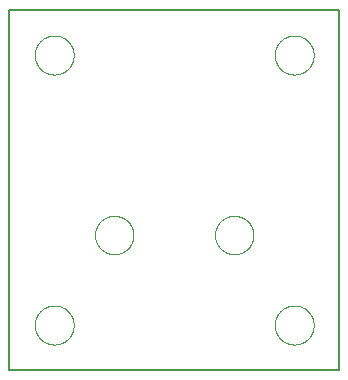
<source format=gbo>
G75*
%MOIN*%
%OFA0B0*%
%FSLAX25Y25*%
%IPPOS*%
%LPD*%
%AMOC8*
5,1,8,0,0,1.08239X$1,22.5*
%
%ADD10C,0.00600*%
%ADD11C,0.00000*%
D10*
X0001300Y0001300D02*
X0001300Y0121300D01*
X0111300Y0121300D01*
X0111300Y0001300D01*
X0001300Y0001300D01*
D11*
X0009800Y0016300D02*
X0009802Y0016461D01*
X0009808Y0016621D01*
X0009818Y0016782D01*
X0009832Y0016942D01*
X0009850Y0017102D01*
X0009871Y0017261D01*
X0009897Y0017420D01*
X0009927Y0017578D01*
X0009960Y0017735D01*
X0009998Y0017892D01*
X0010039Y0018047D01*
X0010084Y0018201D01*
X0010133Y0018354D01*
X0010186Y0018506D01*
X0010242Y0018657D01*
X0010303Y0018806D01*
X0010366Y0018954D01*
X0010434Y0019100D01*
X0010505Y0019244D01*
X0010579Y0019386D01*
X0010657Y0019527D01*
X0010739Y0019665D01*
X0010824Y0019802D01*
X0010912Y0019936D01*
X0011004Y0020068D01*
X0011099Y0020198D01*
X0011197Y0020326D01*
X0011298Y0020451D01*
X0011402Y0020573D01*
X0011509Y0020693D01*
X0011619Y0020810D01*
X0011732Y0020925D01*
X0011848Y0021036D01*
X0011967Y0021145D01*
X0012088Y0021250D01*
X0012212Y0021353D01*
X0012338Y0021453D01*
X0012466Y0021549D01*
X0012597Y0021642D01*
X0012731Y0021732D01*
X0012866Y0021819D01*
X0013004Y0021902D01*
X0013143Y0021982D01*
X0013285Y0022058D01*
X0013428Y0022131D01*
X0013573Y0022200D01*
X0013720Y0022266D01*
X0013868Y0022328D01*
X0014018Y0022386D01*
X0014169Y0022441D01*
X0014322Y0022492D01*
X0014476Y0022539D01*
X0014631Y0022582D01*
X0014787Y0022621D01*
X0014943Y0022657D01*
X0015101Y0022688D01*
X0015259Y0022716D01*
X0015418Y0022740D01*
X0015578Y0022760D01*
X0015738Y0022776D01*
X0015898Y0022788D01*
X0016059Y0022796D01*
X0016220Y0022800D01*
X0016380Y0022800D01*
X0016541Y0022796D01*
X0016702Y0022788D01*
X0016862Y0022776D01*
X0017022Y0022760D01*
X0017182Y0022740D01*
X0017341Y0022716D01*
X0017499Y0022688D01*
X0017657Y0022657D01*
X0017813Y0022621D01*
X0017969Y0022582D01*
X0018124Y0022539D01*
X0018278Y0022492D01*
X0018431Y0022441D01*
X0018582Y0022386D01*
X0018732Y0022328D01*
X0018880Y0022266D01*
X0019027Y0022200D01*
X0019172Y0022131D01*
X0019315Y0022058D01*
X0019457Y0021982D01*
X0019596Y0021902D01*
X0019734Y0021819D01*
X0019869Y0021732D01*
X0020003Y0021642D01*
X0020134Y0021549D01*
X0020262Y0021453D01*
X0020388Y0021353D01*
X0020512Y0021250D01*
X0020633Y0021145D01*
X0020752Y0021036D01*
X0020868Y0020925D01*
X0020981Y0020810D01*
X0021091Y0020693D01*
X0021198Y0020573D01*
X0021302Y0020451D01*
X0021403Y0020326D01*
X0021501Y0020198D01*
X0021596Y0020068D01*
X0021688Y0019936D01*
X0021776Y0019802D01*
X0021861Y0019665D01*
X0021943Y0019527D01*
X0022021Y0019386D01*
X0022095Y0019244D01*
X0022166Y0019100D01*
X0022234Y0018954D01*
X0022297Y0018806D01*
X0022358Y0018657D01*
X0022414Y0018506D01*
X0022467Y0018354D01*
X0022516Y0018201D01*
X0022561Y0018047D01*
X0022602Y0017892D01*
X0022640Y0017735D01*
X0022673Y0017578D01*
X0022703Y0017420D01*
X0022729Y0017261D01*
X0022750Y0017102D01*
X0022768Y0016942D01*
X0022782Y0016782D01*
X0022792Y0016621D01*
X0022798Y0016461D01*
X0022800Y0016300D01*
X0022798Y0016139D01*
X0022792Y0015979D01*
X0022782Y0015818D01*
X0022768Y0015658D01*
X0022750Y0015498D01*
X0022729Y0015339D01*
X0022703Y0015180D01*
X0022673Y0015022D01*
X0022640Y0014865D01*
X0022602Y0014708D01*
X0022561Y0014553D01*
X0022516Y0014399D01*
X0022467Y0014246D01*
X0022414Y0014094D01*
X0022358Y0013943D01*
X0022297Y0013794D01*
X0022234Y0013646D01*
X0022166Y0013500D01*
X0022095Y0013356D01*
X0022021Y0013214D01*
X0021943Y0013073D01*
X0021861Y0012935D01*
X0021776Y0012798D01*
X0021688Y0012664D01*
X0021596Y0012532D01*
X0021501Y0012402D01*
X0021403Y0012274D01*
X0021302Y0012149D01*
X0021198Y0012027D01*
X0021091Y0011907D01*
X0020981Y0011790D01*
X0020868Y0011675D01*
X0020752Y0011564D01*
X0020633Y0011455D01*
X0020512Y0011350D01*
X0020388Y0011247D01*
X0020262Y0011147D01*
X0020134Y0011051D01*
X0020003Y0010958D01*
X0019869Y0010868D01*
X0019734Y0010781D01*
X0019596Y0010698D01*
X0019457Y0010618D01*
X0019315Y0010542D01*
X0019172Y0010469D01*
X0019027Y0010400D01*
X0018880Y0010334D01*
X0018732Y0010272D01*
X0018582Y0010214D01*
X0018431Y0010159D01*
X0018278Y0010108D01*
X0018124Y0010061D01*
X0017969Y0010018D01*
X0017813Y0009979D01*
X0017657Y0009943D01*
X0017499Y0009912D01*
X0017341Y0009884D01*
X0017182Y0009860D01*
X0017022Y0009840D01*
X0016862Y0009824D01*
X0016702Y0009812D01*
X0016541Y0009804D01*
X0016380Y0009800D01*
X0016220Y0009800D01*
X0016059Y0009804D01*
X0015898Y0009812D01*
X0015738Y0009824D01*
X0015578Y0009840D01*
X0015418Y0009860D01*
X0015259Y0009884D01*
X0015101Y0009912D01*
X0014943Y0009943D01*
X0014787Y0009979D01*
X0014631Y0010018D01*
X0014476Y0010061D01*
X0014322Y0010108D01*
X0014169Y0010159D01*
X0014018Y0010214D01*
X0013868Y0010272D01*
X0013720Y0010334D01*
X0013573Y0010400D01*
X0013428Y0010469D01*
X0013285Y0010542D01*
X0013143Y0010618D01*
X0013004Y0010698D01*
X0012866Y0010781D01*
X0012731Y0010868D01*
X0012597Y0010958D01*
X0012466Y0011051D01*
X0012338Y0011147D01*
X0012212Y0011247D01*
X0012088Y0011350D01*
X0011967Y0011455D01*
X0011848Y0011564D01*
X0011732Y0011675D01*
X0011619Y0011790D01*
X0011509Y0011907D01*
X0011402Y0012027D01*
X0011298Y0012149D01*
X0011197Y0012274D01*
X0011099Y0012402D01*
X0011004Y0012532D01*
X0010912Y0012664D01*
X0010824Y0012798D01*
X0010739Y0012935D01*
X0010657Y0013073D01*
X0010579Y0013214D01*
X0010505Y0013356D01*
X0010434Y0013500D01*
X0010366Y0013646D01*
X0010303Y0013794D01*
X0010242Y0013943D01*
X0010186Y0014094D01*
X0010133Y0014246D01*
X0010084Y0014399D01*
X0010039Y0014553D01*
X0009998Y0014708D01*
X0009960Y0014865D01*
X0009927Y0015022D01*
X0009897Y0015180D01*
X0009871Y0015339D01*
X0009850Y0015498D01*
X0009832Y0015658D01*
X0009818Y0015818D01*
X0009808Y0015979D01*
X0009802Y0016139D01*
X0009800Y0016300D01*
X0029900Y0046300D02*
X0029902Y0046460D01*
X0029908Y0046619D01*
X0029918Y0046778D01*
X0029932Y0046937D01*
X0029950Y0047096D01*
X0029971Y0047254D01*
X0029997Y0047411D01*
X0030027Y0047568D01*
X0030060Y0047724D01*
X0030098Y0047879D01*
X0030139Y0048033D01*
X0030184Y0048186D01*
X0030233Y0048338D01*
X0030286Y0048489D01*
X0030342Y0048638D01*
X0030403Y0048786D01*
X0030466Y0048932D01*
X0030534Y0049077D01*
X0030605Y0049220D01*
X0030679Y0049361D01*
X0030757Y0049500D01*
X0030839Y0049637D01*
X0030924Y0049772D01*
X0031012Y0049905D01*
X0031104Y0050036D01*
X0031198Y0050164D01*
X0031296Y0050290D01*
X0031397Y0050414D01*
X0031501Y0050535D01*
X0031608Y0050653D01*
X0031718Y0050769D01*
X0031831Y0050882D01*
X0031947Y0050992D01*
X0032065Y0051099D01*
X0032186Y0051203D01*
X0032310Y0051304D01*
X0032436Y0051402D01*
X0032564Y0051496D01*
X0032695Y0051588D01*
X0032828Y0051676D01*
X0032963Y0051761D01*
X0033100Y0051843D01*
X0033239Y0051921D01*
X0033380Y0051995D01*
X0033523Y0052066D01*
X0033668Y0052134D01*
X0033814Y0052197D01*
X0033962Y0052258D01*
X0034111Y0052314D01*
X0034262Y0052367D01*
X0034414Y0052416D01*
X0034567Y0052461D01*
X0034721Y0052502D01*
X0034876Y0052540D01*
X0035032Y0052573D01*
X0035189Y0052603D01*
X0035346Y0052629D01*
X0035504Y0052650D01*
X0035663Y0052668D01*
X0035822Y0052682D01*
X0035981Y0052692D01*
X0036140Y0052698D01*
X0036300Y0052700D01*
X0036460Y0052698D01*
X0036619Y0052692D01*
X0036778Y0052682D01*
X0036937Y0052668D01*
X0037096Y0052650D01*
X0037254Y0052629D01*
X0037411Y0052603D01*
X0037568Y0052573D01*
X0037724Y0052540D01*
X0037879Y0052502D01*
X0038033Y0052461D01*
X0038186Y0052416D01*
X0038338Y0052367D01*
X0038489Y0052314D01*
X0038638Y0052258D01*
X0038786Y0052197D01*
X0038932Y0052134D01*
X0039077Y0052066D01*
X0039220Y0051995D01*
X0039361Y0051921D01*
X0039500Y0051843D01*
X0039637Y0051761D01*
X0039772Y0051676D01*
X0039905Y0051588D01*
X0040036Y0051496D01*
X0040164Y0051402D01*
X0040290Y0051304D01*
X0040414Y0051203D01*
X0040535Y0051099D01*
X0040653Y0050992D01*
X0040769Y0050882D01*
X0040882Y0050769D01*
X0040992Y0050653D01*
X0041099Y0050535D01*
X0041203Y0050414D01*
X0041304Y0050290D01*
X0041402Y0050164D01*
X0041496Y0050036D01*
X0041588Y0049905D01*
X0041676Y0049772D01*
X0041761Y0049637D01*
X0041843Y0049500D01*
X0041921Y0049361D01*
X0041995Y0049220D01*
X0042066Y0049077D01*
X0042134Y0048932D01*
X0042197Y0048786D01*
X0042258Y0048638D01*
X0042314Y0048489D01*
X0042367Y0048338D01*
X0042416Y0048186D01*
X0042461Y0048033D01*
X0042502Y0047879D01*
X0042540Y0047724D01*
X0042573Y0047568D01*
X0042603Y0047411D01*
X0042629Y0047254D01*
X0042650Y0047096D01*
X0042668Y0046937D01*
X0042682Y0046778D01*
X0042692Y0046619D01*
X0042698Y0046460D01*
X0042700Y0046300D01*
X0042698Y0046140D01*
X0042692Y0045981D01*
X0042682Y0045822D01*
X0042668Y0045663D01*
X0042650Y0045504D01*
X0042629Y0045346D01*
X0042603Y0045189D01*
X0042573Y0045032D01*
X0042540Y0044876D01*
X0042502Y0044721D01*
X0042461Y0044567D01*
X0042416Y0044414D01*
X0042367Y0044262D01*
X0042314Y0044111D01*
X0042258Y0043962D01*
X0042197Y0043814D01*
X0042134Y0043668D01*
X0042066Y0043523D01*
X0041995Y0043380D01*
X0041921Y0043239D01*
X0041843Y0043100D01*
X0041761Y0042963D01*
X0041676Y0042828D01*
X0041588Y0042695D01*
X0041496Y0042564D01*
X0041402Y0042436D01*
X0041304Y0042310D01*
X0041203Y0042186D01*
X0041099Y0042065D01*
X0040992Y0041947D01*
X0040882Y0041831D01*
X0040769Y0041718D01*
X0040653Y0041608D01*
X0040535Y0041501D01*
X0040414Y0041397D01*
X0040290Y0041296D01*
X0040164Y0041198D01*
X0040036Y0041104D01*
X0039905Y0041012D01*
X0039772Y0040924D01*
X0039637Y0040839D01*
X0039500Y0040757D01*
X0039361Y0040679D01*
X0039220Y0040605D01*
X0039077Y0040534D01*
X0038932Y0040466D01*
X0038786Y0040403D01*
X0038638Y0040342D01*
X0038489Y0040286D01*
X0038338Y0040233D01*
X0038186Y0040184D01*
X0038033Y0040139D01*
X0037879Y0040098D01*
X0037724Y0040060D01*
X0037568Y0040027D01*
X0037411Y0039997D01*
X0037254Y0039971D01*
X0037096Y0039950D01*
X0036937Y0039932D01*
X0036778Y0039918D01*
X0036619Y0039908D01*
X0036460Y0039902D01*
X0036300Y0039900D01*
X0036140Y0039902D01*
X0035981Y0039908D01*
X0035822Y0039918D01*
X0035663Y0039932D01*
X0035504Y0039950D01*
X0035346Y0039971D01*
X0035189Y0039997D01*
X0035032Y0040027D01*
X0034876Y0040060D01*
X0034721Y0040098D01*
X0034567Y0040139D01*
X0034414Y0040184D01*
X0034262Y0040233D01*
X0034111Y0040286D01*
X0033962Y0040342D01*
X0033814Y0040403D01*
X0033668Y0040466D01*
X0033523Y0040534D01*
X0033380Y0040605D01*
X0033239Y0040679D01*
X0033100Y0040757D01*
X0032963Y0040839D01*
X0032828Y0040924D01*
X0032695Y0041012D01*
X0032564Y0041104D01*
X0032436Y0041198D01*
X0032310Y0041296D01*
X0032186Y0041397D01*
X0032065Y0041501D01*
X0031947Y0041608D01*
X0031831Y0041718D01*
X0031718Y0041831D01*
X0031608Y0041947D01*
X0031501Y0042065D01*
X0031397Y0042186D01*
X0031296Y0042310D01*
X0031198Y0042436D01*
X0031104Y0042564D01*
X0031012Y0042695D01*
X0030924Y0042828D01*
X0030839Y0042963D01*
X0030757Y0043100D01*
X0030679Y0043239D01*
X0030605Y0043380D01*
X0030534Y0043523D01*
X0030466Y0043668D01*
X0030403Y0043814D01*
X0030342Y0043962D01*
X0030286Y0044111D01*
X0030233Y0044262D01*
X0030184Y0044414D01*
X0030139Y0044567D01*
X0030098Y0044721D01*
X0030060Y0044876D01*
X0030027Y0045032D01*
X0029997Y0045189D01*
X0029971Y0045346D01*
X0029950Y0045504D01*
X0029932Y0045663D01*
X0029918Y0045822D01*
X0029908Y0045981D01*
X0029902Y0046140D01*
X0029900Y0046300D01*
X0069900Y0046300D02*
X0069902Y0046460D01*
X0069908Y0046619D01*
X0069918Y0046778D01*
X0069932Y0046937D01*
X0069950Y0047096D01*
X0069971Y0047254D01*
X0069997Y0047411D01*
X0070027Y0047568D01*
X0070060Y0047724D01*
X0070098Y0047879D01*
X0070139Y0048033D01*
X0070184Y0048186D01*
X0070233Y0048338D01*
X0070286Y0048489D01*
X0070342Y0048638D01*
X0070403Y0048786D01*
X0070466Y0048932D01*
X0070534Y0049077D01*
X0070605Y0049220D01*
X0070679Y0049361D01*
X0070757Y0049500D01*
X0070839Y0049637D01*
X0070924Y0049772D01*
X0071012Y0049905D01*
X0071104Y0050036D01*
X0071198Y0050164D01*
X0071296Y0050290D01*
X0071397Y0050414D01*
X0071501Y0050535D01*
X0071608Y0050653D01*
X0071718Y0050769D01*
X0071831Y0050882D01*
X0071947Y0050992D01*
X0072065Y0051099D01*
X0072186Y0051203D01*
X0072310Y0051304D01*
X0072436Y0051402D01*
X0072564Y0051496D01*
X0072695Y0051588D01*
X0072828Y0051676D01*
X0072963Y0051761D01*
X0073100Y0051843D01*
X0073239Y0051921D01*
X0073380Y0051995D01*
X0073523Y0052066D01*
X0073668Y0052134D01*
X0073814Y0052197D01*
X0073962Y0052258D01*
X0074111Y0052314D01*
X0074262Y0052367D01*
X0074414Y0052416D01*
X0074567Y0052461D01*
X0074721Y0052502D01*
X0074876Y0052540D01*
X0075032Y0052573D01*
X0075189Y0052603D01*
X0075346Y0052629D01*
X0075504Y0052650D01*
X0075663Y0052668D01*
X0075822Y0052682D01*
X0075981Y0052692D01*
X0076140Y0052698D01*
X0076300Y0052700D01*
X0076460Y0052698D01*
X0076619Y0052692D01*
X0076778Y0052682D01*
X0076937Y0052668D01*
X0077096Y0052650D01*
X0077254Y0052629D01*
X0077411Y0052603D01*
X0077568Y0052573D01*
X0077724Y0052540D01*
X0077879Y0052502D01*
X0078033Y0052461D01*
X0078186Y0052416D01*
X0078338Y0052367D01*
X0078489Y0052314D01*
X0078638Y0052258D01*
X0078786Y0052197D01*
X0078932Y0052134D01*
X0079077Y0052066D01*
X0079220Y0051995D01*
X0079361Y0051921D01*
X0079500Y0051843D01*
X0079637Y0051761D01*
X0079772Y0051676D01*
X0079905Y0051588D01*
X0080036Y0051496D01*
X0080164Y0051402D01*
X0080290Y0051304D01*
X0080414Y0051203D01*
X0080535Y0051099D01*
X0080653Y0050992D01*
X0080769Y0050882D01*
X0080882Y0050769D01*
X0080992Y0050653D01*
X0081099Y0050535D01*
X0081203Y0050414D01*
X0081304Y0050290D01*
X0081402Y0050164D01*
X0081496Y0050036D01*
X0081588Y0049905D01*
X0081676Y0049772D01*
X0081761Y0049637D01*
X0081843Y0049500D01*
X0081921Y0049361D01*
X0081995Y0049220D01*
X0082066Y0049077D01*
X0082134Y0048932D01*
X0082197Y0048786D01*
X0082258Y0048638D01*
X0082314Y0048489D01*
X0082367Y0048338D01*
X0082416Y0048186D01*
X0082461Y0048033D01*
X0082502Y0047879D01*
X0082540Y0047724D01*
X0082573Y0047568D01*
X0082603Y0047411D01*
X0082629Y0047254D01*
X0082650Y0047096D01*
X0082668Y0046937D01*
X0082682Y0046778D01*
X0082692Y0046619D01*
X0082698Y0046460D01*
X0082700Y0046300D01*
X0082698Y0046140D01*
X0082692Y0045981D01*
X0082682Y0045822D01*
X0082668Y0045663D01*
X0082650Y0045504D01*
X0082629Y0045346D01*
X0082603Y0045189D01*
X0082573Y0045032D01*
X0082540Y0044876D01*
X0082502Y0044721D01*
X0082461Y0044567D01*
X0082416Y0044414D01*
X0082367Y0044262D01*
X0082314Y0044111D01*
X0082258Y0043962D01*
X0082197Y0043814D01*
X0082134Y0043668D01*
X0082066Y0043523D01*
X0081995Y0043380D01*
X0081921Y0043239D01*
X0081843Y0043100D01*
X0081761Y0042963D01*
X0081676Y0042828D01*
X0081588Y0042695D01*
X0081496Y0042564D01*
X0081402Y0042436D01*
X0081304Y0042310D01*
X0081203Y0042186D01*
X0081099Y0042065D01*
X0080992Y0041947D01*
X0080882Y0041831D01*
X0080769Y0041718D01*
X0080653Y0041608D01*
X0080535Y0041501D01*
X0080414Y0041397D01*
X0080290Y0041296D01*
X0080164Y0041198D01*
X0080036Y0041104D01*
X0079905Y0041012D01*
X0079772Y0040924D01*
X0079637Y0040839D01*
X0079500Y0040757D01*
X0079361Y0040679D01*
X0079220Y0040605D01*
X0079077Y0040534D01*
X0078932Y0040466D01*
X0078786Y0040403D01*
X0078638Y0040342D01*
X0078489Y0040286D01*
X0078338Y0040233D01*
X0078186Y0040184D01*
X0078033Y0040139D01*
X0077879Y0040098D01*
X0077724Y0040060D01*
X0077568Y0040027D01*
X0077411Y0039997D01*
X0077254Y0039971D01*
X0077096Y0039950D01*
X0076937Y0039932D01*
X0076778Y0039918D01*
X0076619Y0039908D01*
X0076460Y0039902D01*
X0076300Y0039900D01*
X0076140Y0039902D01*
X0075981Y0039908D01*
X0075822Y0039918D01*
X0075663Y0039932D01*
X0075504Y0039950D01*
X0075346Y0039971D01*
X0075189Y0039997D01*
X0075032Y0040027D01*
X0074876Y0040060D01*
X0074721Y0040098D01*
X0074567Y0040139D01*
X0074414Y0040184D01*
X0074262Y0040233D01*
X0074111Y0040286D01*
X0073962Y0040342D01*
X0073814Y0040403D01*
X0073668Y0040466D01*
X0073523Y0040534D01*
X0073380Y0040605D01*
X0073239Y0040679D01*
X0073100Y0040757D01*
X0072963Y0040839D01*
X0072828Y0040924D01*
X0072695Y0041012D01*
X0072564Y0041104D01*
X0072436Y0041198D01*
X0072310Y0041296D01*
X0072186Y0041397D01*
X0072065Y0041501D01*
X0071947Y0041608D01*
X0071831Y0041718D01*
X0071718Y0041831D01*
X0071608Y0041947D01*
X0071501Y0042065D01*
X0071397Y0042186D01*
X0071296Y0042310D01*
X0071198Y0042436D01*
X0071104Y0042564D01*
X0071012Y0042695D01*
X0070924Y0042828D01*
X0070839Y0042963D01*
X0070757Y0043100D01*
X0070679Y0043239D01*
X0070605Y0043380D01*
X0070534Y0043523D01*
X0070466Y0043668D01*
X0070403Y0043814D01*
X0070342Y0043962D01*
X0070286Y0044111D01*
X0070233Y0044262D01*
X0070184Y0044414D01*
X0070139Y0044567D01*
X0070098Y0044721D01*
X0070060Y0044876D01*
X0070027Y0045032D01*
X0069997Y0045189D01*
X0069971Y0045346D01*
X0069950Y0045504D01*
X0069932Y0045663D01*
X0069918Y0045822D01*
X0069908Y0045981D01*
X0069902Y0046140D01*
X0069900Y0046300D01*
X0089800Y0016300D02*
X0089802Y0016461D01*
X0089808Y0016621D01*
X0089818Y0016782D01*
X0089832Y0016942D01*
X0089850Y0017102D01*
X0089871Y0017261D01*
X0089897Y0017420D01*
X0089927Y0017578D01*
X0089960Y0017735D01*
X0089998Y0017892D01*
X0090039Y0018047D01*
X0090084Y0018201D01*
X0090133Y0018354D01*
X0090186Y0018506D01*
X0090242Y0018657D01*
X0090303Y0018806D01*
X0090366Y0018954D01*
X0090434Y0019100D01*
X0090505Y0019244D01*
X0090579Y0019386D01*
X0090657Y0019527D01*
X0090739Y0019665D01*
X0090824Y0019802D01*
X0090912Y0019936D01*
X0091004Y0020068D01*
X0091099Y0020198D01*
X0091197Y0020326D01*
X0091298Y0020451D01*
X0091402Y0020573D01*
X0091509Y0020693D01*
X0091619Y0020810D01*
X0091732Y0020925D01*
X0091848Y0021036D01*
X0091967Y0021145D01*
X0092088Y0021250D01*
X0092212Y0021353D01*
X0092338Y0021453D01*
X0092466Y0021549D01*
X0092597Y0021642D01*
X0092731Y0021732D01*
X0092866Y0021819D01*
X0093004Y0021902D01*
X0093143Y0021982D01*
X0093285Y0022058D01*
X0093428Y0022131D01*
X0093573Y0022200D01*
X0093720Y0022266D01*
X0093868Y0022328D01*
X0094018Y0022386D01*
X0094169Y0022441D01*
X0094322Y0022492D01*
X0094476Y0022539D01*
X0094631Y0022582D01*
X0094787Y0022621D01*
X0094943Y0022657D01*
X0095101Y0022688D01*
X0095259Y0022716D01*
X0095418Y0022740D01*
X0095578Y0022760D01*
X0095738Y0022776D01*
X0095898Y0022788D01*
X0096059Y0022796D01*
X0096220Y0022800D01*
X0096380Y0022800D01*
X0096541Y0022796D01*
X0096702Y0022788D01*
X0096862Y0022776D01*
X0097022Y0022760D01*
X0097182Y0022740D01*
X0097341Y0022716D01*
X0097499Y0022688D01*
X0097657Y0022657D01*
X0097813Y0022621D01*
X0097969Y0022582D01*
X0098124Y0022539D01*
X0098278Y0022492D01*
X0098431Y0022441D01*
X0098582Y0022386D01*
X0098732Y0022328D01*
X0098880Y0022266D01*
X0099027Y0022200D01*
X0099172Y0022131D01*
X0099315Y0022058D01*
X0099457Y0021982D01*
X0099596Y0021902D01*
X0099734Y0021819D01*
X0099869Y0021732D01*
X0100003Y0021642D01*
X0100134Y0021549D01*
X0100262Y0021453D01*
X0100388Y0021353D01*
X0100512Y0021250D01*
X0100633Y0021145D01*
X0100752Y0021036D01*
X0100868Y0020925D01*
X0100981Y0020810D01*
X0101091Y0020693D01*
X0101198Y0020573D01*
X0101302Y0020451D01*
X0101403Y0020326D01*
X0101501Y0020198D01*
X0101596Y0020068D01*
X0101688Y0019936D01*
X0101776Y0019802D01*
X0101861Y0019665D01*
X0101943Y0019527D01*
X0102021Y0019386D01*
X0102095Y0019244D01*
X0102166Y0019100D01*
X0102234Y0018954D01*
X0102297Y0018806D01*
X0102358Y0018657D01*
X0102414Y0018506D01*
X0102467Y0018354D01*
X0102516Y0018201D01*
X0102561Y0018047D01*
X0102602Y0017892D01*
X0102640Y0017735D01*
X0102673Y0017578D01*
X0102703Y0017420D01*
X0102729Y0017261D01*
X0102750Y0017102D01*
X0102768Y0016942D01*
X0102782Y0016782D01*
X0102792Y0016621D01*
X0102798Y0016461D01*
X0102800Y0016300D01*
X0102798Y0016139D01*
X0102792Y0015979D01*
X0102782Y0015818D01*
X0102768Y0015658D01*
X0102750Y0015498D01*
X0102729Y0015339D01*
X0102703Y0015180D01*
X0102673Y0015022D01*
X0102640Y0014865D01*
X0102602Y0014708D01*
X0102561Y0014553D01*
X0102516Y0014399D01*
X0102467Y0014246D01*
X0102414Y0014094D01*
X0102358Y0013943D01*
X0102297Y0013794D01*
X0102234Y0013646D01*
X0102166Y0013500D01*
X0102095Y0013356D01*
X0102021Y0013214D01*
X0101943Y0013073D01*
X0101861Y0012935D01*
X0101776Y0012798D01*
X0101688Y0012664D01*
X0101596Y0012532D01*
X0101501Y0012402D01*
X0101403Y0012274D01*
X0101302Y0012149D01*
X0101198Y0012027D01*
X0101091Y0011907D01*
X0100981Y0011790D01*
X0100868Y0011675D01*
X0100752Y0011564D01*
X0100633Y0011455D01*
X0100512Y0011350D01*
X0100388Y0011247D01*
X0100262Y0011147D01*
X0100134Y0011051D01*
X0100003Y0010958D01*
X0099869Y0010868D01*
X0099734Y0010781D01*
X0099596Y0010698D01*
X0099457Y0010618D01*
X0099315Y0010542D01*
X0099172Y0010469D01*
X0099027Y0010400D01*
X0098880Y0010334D01*
X0098732Y0010272D01*
X0098582Y0010214D01*
X0098431Y0010159D01*
X0098278Y0010108D01*
X0098124Y0010061D01*
X0097969Y0010018D01*
X0097813Y0009979D01*
X0097657Y0009943D01*
X0097499Y0009912D01*
X0097341Y0009884D01*
X0097182Y0009860D01*
X0097022Y0009840D01*
X0096862Y0009824D01*
X0096702Y0009812D01*
X0096541Y0009804D01*
X0096380Y0009800D01*
X0096220Y0009800D01*
X0096059Y0009804D01*
X0095898Y0009812D01*
X0095738Y0009824D01*
X0095578Y0009840D01*
X0095418Y0009860D01*
X0095259Y0009884D01*
X0095101Y0009912D01*
X0094943Y0009943D01*
X0094787Y0009979D01*
X0094631Y0010018D01*
X0094476Y0010061D01*
X0094322Y0010108D01*
X0094169Y0010159D01*
X0094018Y0010214D01*
X0093868Y0010272D01*
X0093720Y0010334D01*
X0093573Y0010400D01*
X0093428Y0010469D01*
X0093285Y0010542D01*
X0093143Y0010618D01*
X0093004Y0010698D01*
X0092866Y0010781D01*
X0092731Y0010868D01*
X0092597Y0010958D01*
X0092466Y0011051D01*
X0092338Y0011147D01*
X0092212Y0011247D01*
X0092088Y0011350D01*
X0091967Y0011455D01*
X0091848Y0011564D01*
X0091732Y0011675D01*
X0091619Y0011790D01*
X0091509Y0011907D01*
X0091402Y0012027D01*
X0091298Y0012149D01*
X0091197Y0012274D01*
X0091099Y0012402D01*
X0091004Y0012532D01*
X0090912Y0012664D01*
X0090824Y0012798D01*
X0090739Y0012935D01*
X0090657Y0013073D01*
X0090579Y0013214D01*
X0090505Y0013356D01*
X0090434Y0013500D01*
X0090366Y0013646D01*
X0090303Y0013794D01*
X0090242Y0013943D01*
X0090186Y0014094D01*
X0090133Y0014246D01*
X0090084Y0014399D01*
X0090039Y0014553D01*
X0089998Y0014708D01*
X0089960Y0014865D01*
X0089927Y0015022D01*
X0089897Y0015180D01*
X0089871Y0015339D01*
X0089850Y0015498D01*
X0089832Y0015658D01*
X0089818Y0015818D01*
X0089808Y0015979D01*
X0089802Y0016139D01*
X0089800Y0016300D01*
X0089800Y0106300D02*
X0089802Y0106461D01*
X0089808Y0106621D01*
X0089818Y0106782D01*
X0089832Y0106942D01*
X0089850Y0107102D01*
X0089871Y0107261D01*
X0089897Y0107420D01*
X0089927Y0107578D01*
X0089960Y0107735D01*
X0089998Y0107892D01*
X0090039Y0108047D01*
X0090084Y0108201D01*
X0090133Y0108354D01*
X0090186Y0108506D01*
X0090242Y0108657D01*
X0090303Y0108806D01*
X0090366Y0108954D01*
X0090434Y0109100D01*
X0090505Y0109244D01*
X0090579Y0109386D01*
X0090657Y0109527D01*
X0090739Y0109665D01*
X0090824Y0109802D01*
X0090912Y0109936D01*
X0091004Y0110068D01*
X0091099Y0110198D01*
X0091197Y0110326D01*
X0091298Y0110451D01*
X0091402Y0110573D01*
X0091509Y0110693D01*
X0091619Y0110810D01*
X0091732Y0110925D01*
X0091848Y0111036D01*
X0091967Y0111145D01*
X0092088Y0111250D01*
X0092212Y0111353D01*
X0092338Y0111453D01*
X0092466Y0111549D01*
X0092597Y0111642D01*
X0092731Y0111732D01*
X0092866Y0111819D01*
X0093004Y0111902D01*
X0093143Y0111982D01*
X0093285Y0112058D01*
X0093428Y0112131D01*
X0093573Y0112200D01*
X0093720Y0112266D01*
X0093868Y0112328D01*
X0094018Y0112386D01*
X0094169Y0112441D01*
X0094322Y0112492D01*
X0094476Y0112539D01*
X0094631Y0112582D01*
X0094787Y0112621D01*
X0094943Y0112657D01*
X0095101Y0112688D01*
X0095259Y0112716D01*
X0095418Y0112740D01*
X0095578Y0112760D01*
X0095738Y0112776D01*
X0095898Y0112788D01*
X0096059Y0112796D01*
X0096220Y0112800D01*
X0096380Y0112800D01*
X0096541Y0112796D01*
X0096702Y0112788D01*
X0096862Y0112776D01*
X0097022Y0112760D01*
X0097182Y0112740D01*
X0097341Y0112716D01*
X0097499Y0112688D01*
X0097657Y0112657D01*
X0097813Y0112621D01*
X0097969Y0112582D01*
X0098124Y0112539D01*
X0098278Y0112492D01*
X0098431Y0112441D01*
X0098582Y0112386D01*
X0098732Y0112328D01*
X0098880Y0112266D01*
X0099027Y0112200D01*
X0099172Y0112131D01*
X0099315Y0112058D01*
X0099457Y0111982D01*
X0099596Y0111902D01*
X0099734Y0111819D01*
X0099869Y0111732D01*
X0100003Y0111642D01*
X0100134Y0111549D01*
X0100262Y0111453D01*
X0100388Y0111353D01*
X0100512Y0111250D01*
X0100633Y0111145D01*
X0100752Y0111036D01*
X0100868Y0110925D01*
X0100981Y0110810D01*
X0101091Y0110693D01*
X0101198Y0110573D01*
X0101302Y0110451D01*
X0101403Y0110326D01*
X0101501Y0110198D01*
X0101596Y0110068D01*
X0101688Y0109936D01*
X0101776Y0109802D01*
X0101861Y0109665D01*
X0101943Y0109527D01*
X0102021Y0109386D01*
X0102095Y0109244D01*
X0102166Y0109100D01*
X0102234Y0108954D01*
X0102297Y0108806D01*
X0102358Y0108657D01*
X0102414Y0108506D01*
X0102467Y0108354D01*
X0102516Y0108201D01*
X0102561Y0108047D01*
X0102602Y0107892D01*
X0102640Y0107735D01*
X0102673Y0107578D01*
X0102703Y0107420D01*
X0102729Y0107261D01*
X0102750Y0107102D01*
X0102768Y0106942D01*
X0102782Y0106782D01*
X0102792Y0106621D01*
X0102798Y0106461D01*
X0102800Y0106300D01*
X0102798Y0106139D01*
X0102792Y0105979D01*
X0102782Y0105818D01*
X0102768Y0105658D01*
X0102750Y0105498D01*
X0102729Y0105339D01*
X0102703Y0105180D01*
X0102673Y0105022D01*
X0102640Y0104865D01*
X0102602Y0104708D01*
X0102561Y0104553D01*
X0102516Y0104399D01*
X0102467Y0104246D01*
X0102414Y0104094D01*
X0102358Y0103943D01*
X0102297Y0103794D01*
X0102234Y0103646D01*
X0102166Y0103500D01*
X0102095Y0103356D01*
X0102021Y0103214D01*
X0101943Y0103073D01*
X0101861Y0102935D01*
X0101776Y0102798D01*
X0101688Y0102664D01*
X0101596Y0102532D01*
X0101501Y0102402D01*
X0101403Y0102274D01*
X0101302Y0102149D01*
X0101198Y0102027D01*
X0101091Y0101907D01*
X0100981Y0101790D01*
X0100868Y0101675D01*
X0100752Y0101564D01*
X0100633Y0101455D01*
X0100512Y0101350D01*
X0100388Y0101247D01*
X0100262Y0101147D01*
X0100134Y0101051D01*
X0100003Y0100958D01*
X0099869Y0100868D01*
X0099734Y0100781D01*
X0099596Y0100698D01*
X0099457Y0100618D01*
X0099315Y0100542D01*
X0099172Y0100469D01*
X0099027Y0100400D01*
X0098880Y0100334D01*
X0098732Y0100272D01*
X0098582Y0100214D01*
X0098431Y0100159D01*
X0098278Y0100108D01*
X0098124Y0100061D01*
X0097969Y0100018D01*
X0097813Y0099979D01*
X0097657Y0099943D01*
X0097499Y0099912D01*
X0097341Y0099884D01*
X0097182Y0099860D01*
X0097022Y0099840D01*
X0096862Y0099824D01*
X0096702Y0099812D01*
X0096541Y0099804D01*
X0096380Y0099800D01*
X0096220Y0099800D01*
X0096059Y0099804D01*
X0095898Y0099812D01*
X0095738Y0099824D01*
X0095578Y0099840D01*
X0095418Y0099860D01*
X0095259Y0099884D01*
X0095101Y0099912D01*
X0094943Y0099943D01*
X0094787Y0099979D01*
X0094631Y0100018D01*
X0094476Y0100061D01*
X0094322Y0100108D01*
X0094169Y0100159D01*
X0094018Y0100214D01*
X0093868Y0100272D01*
X0093720Y0100334D01*
X0093573Y0100400D01*
X0093428Y0100469D01*
X0093285Y0100542D01*
X0093143Y0100618D01*
X0093004Y0100698D01*
X0092866Y0100781D01*
X0092731Y0100868D01*
X0092597Y0100958D01*
X0092466Y0101051D01*
X0092338Y0101147D01*
X0092212Y0101247D01*
X0092088Y0101350D01*
X0091967Y0101455D01*
X0091848Y0101564D01*
X0091732Y0101675D01*
X0091619Y0101790D01*
X0091509Y0101907D01*
X0091402Y0102027D01*
X0091298Y0102149D01*
X0091197Y0102274D01*
X0091099Y0102402D01*
X0091004Y0102532D01*
X0090912Y0102664D01*
X0090824Y0102798D01*
X0090739Y0102935D01*
X0090657Y0103073D01*
X0090579Y0103214D01*
X0090505Y0103356D01*
X0090434Y0103500D01*
X0090366Y0103646D01*
X0090303Y0103794D01*
X0090242Y0103943D01*
X0090186Y0104094D01*
X0090133Y0104246D01*
X0090084Y0104399D01*
X0090039Y0104553D01*
X0089998Y0104708D01*
X0089960Y0104865D01*
X0089927Y0105022D01*
X0089897Y0105180D01*
X0089871Y0105339D01*
X0089850Y0105498D01*
X0089832Y0105658D01*
X0089818Y0105818D01*
X0089808Y0105979D01*
X0089802Y0106139D01*
X0089800Y0106300D01*
X0009800Y0106300D02*
X0009802Y0106461D01*
X0009808Y0106621D01*
X0009818Y0106782D01*
X0009832Y0106942D01*
X0009850Y0107102D01*
X0009871Y0107261D01*
X0009897Y0107420D01*
X0009927Y0107578D01*
X0009960Y0107735D01*
X0009998Y0107892D01*
X0010039Y0108047D01*
X0010084Y0108201D01*
X0010133Y0108354D01*
X0010186Y0108506D01*
X0010242Y0108657D01*
X0010303Y0108806D01*
X0010366Y0108954D01*
X0010434Y0109100D01*
X0010505Y0109244D01*
X0010579Y0109386D01*
X0010657Y0109527D01*
X0010739Y0109665D01*
X0010824Y0109802D01*
X0010912Y0109936D01*
X0011004Y0110068D01*
X0011099Y0110198D01*
X0011197Y0110326D01*
X0011298Y0110451D01*
X0011402Y0110573D01*
X0011509Y0110693D01*
X0011619Y0110810D01*
X0011732Y0110925D01*
X0011848Y0111036D01*
X0011967Y0111145D01*
X0012088Y0111250D01*
X0012212Y0111353D01*
X0012338Y0111453D01*
X0012466Y0111549D01*
X0012597Y0111642D01*
X0012731Y0111732D01*
X0012866Y0111819D01*
X0013004Y0111902D01*
X0013143Y0111982D01*
X0013285Y0112058D01*
X0013428Y0112131D01*
X0013573Y0112200D01*
X0013720Y0112266D01*
X0013868Y0112328D01*
X0014018Y0112386D01*
X0014169Y0112441D01*
X0014322Y0112492D01*
X0014476Y0112539D01*
X0014631Y0112582D01*
X0014787Y0112621D01*
X0014943Y0112657D01*
X0015101Y0112688D01*
X0015259Y0112716D01*
X0015418Y0112740D01*
X0015578Y0112760D01*
X0015738Y0112776D01*
X0015898Y0112788D01*
X0016059Y0112796D01*
X0016220Y0112800D01*
X0016380Y0112800D01*
X0016541Y0112796D01*
X0016702Y0112788D01*
X0016862Y0112776D01*
X0017022Y0112760D01*
X0017182Y0112740D01*
X0017341Y0112716D01*
X0017499Y0112688D01*
X0017657Y0112657D01*
X0017813Y0112621D01*
X0017969Y0112582D01*
X0018124Y0112539D01*
X0018278Y0112492D01*
X0018431Y0112441D01*
X0018582Y0112386D01*
X0018732Y0112328D01*
X0018880Y0112266D01*
X0019027Y0112200D01*
X0019172Y0112131D01*
X0019315Y0112058D01*
X0019457Y0111982D01*
X0019596Y0111902D01*
X0019734Y0111819D01*
X0019869Y0111732D01*
X0020003Y0111642D01*
X0020134Y0111549D01*
X0020262Y0111453D01*
X0020388Y0111353D01*
X0020512Y0111250D01*
X0020633Y0111145D01*
X0020752Y0111036D01*
X0020868Y0110925D01*
X0020981Y0110810D01*
X0021091Y0110693D01*
X0021198Y0110573D01*
X0021302Y0110451D01*
X0021403Y0110326D01*
X0021501Y0110198D01*
X0021596Y0110068D01*
X0021688Y0109936D01*
X0021776Y0109802D01*
X0021861Y0109665D01*
X0021943Y0109527D01*
X0022021Y0109386D01*
X0022095Y0109244D01*
X0022166Y0109100D01*
X0022234Y0108954D01*
X0022297Y0108806D01*
X0022358Y0108657D01*
X0022414Y0108506D01*
X0022467Y0108354D01*
X0022516Y0108201D01*
X0022561Y0108047D01*
X0022602Y0107892D01*
X0022640Y0107735D01*
X0022673Y0107578D01*
X0022703Y0107420D01*
X0022729Y0107261D01*
X0022750Y0107102D01*
X0022768Y0106942D01*
X0022782Y0106782D01*
X0022792Y0106621D01*
X0022798Y0106461D01*
X0022800Y0106300D01*
X0022798Y0106139D01*
X0022792Y0105979D01*
X0022782Y0105818D01*
X0022768Y0105658D01*
X0022750Y0105498D01*
X0022729Y0105339D01*
X0022703Y0105180D01*
X0022673Y0105022D01*
X0022640Y0104865D01*
X0022602Y0104708D01*
X0022561Y0104553D01*
X0022516Y0104399D01*
X0022467Y0104246D01*
X0022414Y0104094D01*
X0022358Y0103943D01*
X0022297Y0103794D01*
X0022234Y0103646D01*
X0022166Y0103500D01*
X0022095Y0103356D01*
X0022021Y0103214D01*
X0021943Y0103073D01*
X0021861Y0102935D01*
X0021776Y0102798D01*
X0021688Y0102664D01*
X0021596Y0102532D01*
X0021501Y0102402D01*
X0021403Y0102274D01*
X0021302Y0102149D01*
X0021198Y0102027D01*
X0021091Y0101907D01*
X0020981Y0101790D01*
X0020868Y0101675D01*
X0020752Y0101564D01*
X0020633Y0101455D01*
X0020512Y0101350D01*
X0020388Y0101247D01*
X0020262Y0101147D01*
X0020134Y0101051D01*
X0020003Y0100958D01*
X0019869Y0100868D01*
X0019734Y0100781D01*
X0019596Y0100698D01*
X0019457Y0100618D01*
X0019315Y0100542D01*
X0019172Y0100469D01*
X0019027Y0100400D01*
X0018880Y0100334D01*
X0018732Y0100272D01*
X0018582Y0100214D01*
X0018431Y0100159D01*
X0018278Y0100108D01*
X0018124Y0100061D01*
X0017969Y0100018D01*
X0017813Y0099979D01*
X0017657Y0099943D01*
X0017499Y0099912D01*
X0017341Y0099884D01*
X0017182Y0099860D01*
X0017022Y0099840D01*
X0016862Y0099824D01*
X0016702Y0099812D01*
X0016541Y0099804D01*
X0016380Y0099800D01*
X0016220Y0099800D01*
X0016059Y0099804D01*
X0015898Y0099812D01*
X0015738Y0099824D01*
X0015578Y0099840D01*
X0015418Y0099860D01*
X0015259Y0099884D01*
X0015101Y0099912D01*
X0014943Y0099943D01*
X0014787Y0099979D01*
X0014631Y0100018D01*
X0014476Y0100061D01*
X0014322Y0100108D01*
X0014169Y0100159D01*
X0014018Y0100214D01*
X0013868Y0100272D01*
X0013720Y0100334D01*
X0013573Y0100400D01*
X0013428Y0100469D01*
X0013285Y0100542D01*
X0013143Y0100618D01*
X0013004Y0100698D01*
X0012866Y0100781D01*
X0012731Y0100868D01*
X0012597Y0100958D01*
X0012466Y0101051D01*
X0012338Y0101147D01*
X0012212Y0101247D01*
X0012088Y0101350D01*
X0011967Y0101455D01*
X0011848Y0101564D01*
X0011732Y0101675D01*
X0011619Y0101790D01*
X0011509Y0101907D01*
X0011402Y0102027D01*
X0011298Y0102149D01*
X0011197Y0102274D01*
X0011099Y0102402D01*
X0011004Y0102532D01*
X0010912Y0102664D01*
X0010824Y0102798D01*
X0010739Y0102935D01*
X0010657Y0103073D01*
X0010579Y0103214D01*
X0010505Y0103356D01*
X0010434Y0103500D01*
X0010366Y0103646D01*
X0010303Y0103794D01*
X0010242Y0103943D01*
X0010186Y0104094D01*
X0010133Y0104246D01*
X0010084Y0104399D01*
X0010039Y0104553D01*
X0009998Y0104708D01*
X0009960Y0104865D01*
X0009927Y0105022D01*
X0009897Y0105180D01*
X0009871Y0105339D01*
X0009850Y0105498D01*
X0009832Y0105658D01*
X0009818Y0105818D01*
X0009808Y0105979D01*
X0009802Y0106139D01*
X0009800Y0106300D01*
M02*

</source>
